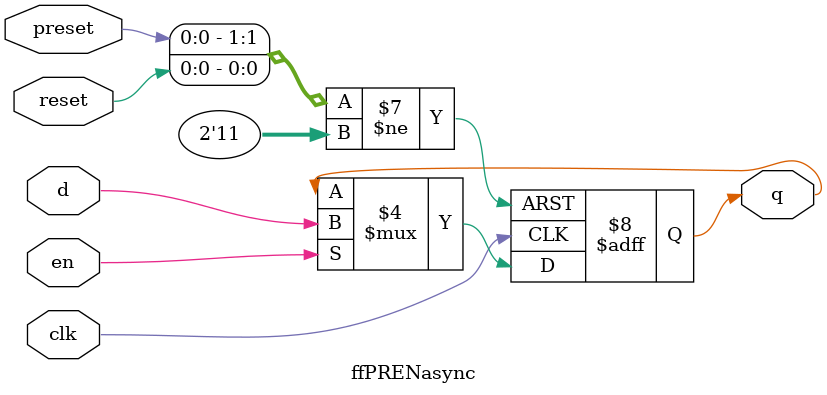
<source format=v>

module ffPRENasync (d,q,clk,reset,preset,en);
    input wire d,clk,reset,preset,en;       //preset = positive reset
    output reg q;

    always @(posedge clk, negedge reset, negedge preset) begin
        if (reset==1'b0) q<=1'b0;
        else if (preset==1'b0) q<=1'b0;
        else if (en) q<=d;
    end
endmodule
</source>
